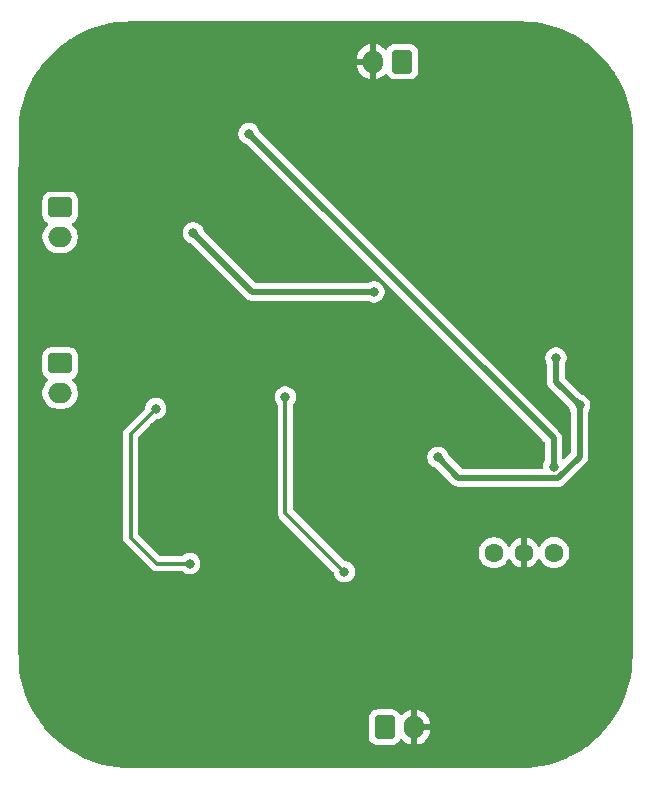
<source format=gbr>
%TF.GenerationSoftware,KiCad,Pcbnew,9.0.4*%
%TF.CreationDate,2025-11-05T17:51:59+01:00*%
%TF.ProjectId,FliperKAd,466c6970-6572-44b4-9164-2e6b69636164,rev?*%
%TF.SameCoordinates,Original*%
%TF.FileFunction,Copper,L2,Bot*%
%TF.FilePolarity,Positive*%
%FSLAX46Y46*%
G04 Gerber Fmt 4.6, Leading zero omitted, Abs format (unit mm)*
G04 Created by KiCad (PCBNEW 9.0.4) date 2025-11-05 17:51:59*
%MOMM*%
%LPD*%
G01*
G04 APERTURE LIST*
G04 Aperture macros list*
%AMRoundRect*
0 Rectangle with rounded corners*
0 $1 Rounding radius*
0 $2 $3 $4 $5 $6 $7 $8 $9 X,Y pos of 4 corners*
0 Add a 4 corners polygon primitive as box body*
4,1,4,$2,$3,$4,$5,$6,$7,$8,$9,$2,$3,0*
0 Add four circle primitives for the rounded corners*
1,1,$1+$1,$2,$3*
1,1,$1+$1,$4,$5*
1,1,$1+$1,$6,$7*
1,1,$1+$1,$8,$9*
0 Add four rect primitives between the rounded corners*
20,1,$1+$1,$2,$3,$4,$5,0*
20,1,$1+$1,$4,$5,$6,$7,0*
20,1,$1+$1,$6,$7,$8,$9,0*
20,1,$1+$1,$8,$9,$2,$3,0*%
G04 Aperture macros list end*
%TA.AperFunction,ComponentPad*%
%ADD10C,0.800000*%
%TD*%
%TA.AperFunction,ComponentPad*%
%ADD11C,6.400000*%
%TD*%
%TA.AperFunction,ComponentPad*%
%ADD12RoundRect,0.250000X-0.600000X-0.750000X0.600000X-0.750000X0.600000X0.750000X-0.600000X0.750000X0*%
%TD*%
%TA.AperFunction,ComponentPad*%
%ADD13O,1.700000X2.000000*%
%TD*%
%TA.AperFunction,ComponentPad*%
%ADD14RoundRect,0.250000X-0.750000X0.600000X-0.750000X-0.600000X0.750000X-0.600000X0.750000X0.600000X0*%
%TD*%
%TA.AperFunction,ComponentPad*%
%ADD15O,2.000000X1.700000*%
%TD*%
%TA.AperFunction,ComponentPad*%
%ADD16RoundRect,0.800000X0.000010X0.000010X-0.000010X0.000010X-0.000010X-0.000010X0.000010X-0.000010X0*%
%TD*%
%TA.AperFunction,ComponentPad*%
%ADD17RoundRect,0.250000X0.600000X0.750000X-0.600000X0.750000X-0.600000X-0.750000X0.600000X-0.750000X0*%
%TD*%
%TA.AperFunction,ViaPad*%
%ADD18C,0.800000*%
%TD*%
%TA.AperFunction,Conductor*%
%ADD19C,0.300000*%
%TD*%
%TA.AperFunction,Conductor*%
%ADD20C,0.500000*%
%TD*%
G04 APERTURE END LIST*
D10*
%TO.P,H1,1,1*%
%TO.N,GND*%
X182600000Y-66900000D03*
X183302944Y-65202944D03*
X183302944Y-68597056D03*
X185000000Y-64500000D03*
D11*
X185000000Y-66900000D03*
D10*
X185000000Y-69300000D03*
X186697056Y-65202944D03*
X186697056Y-68597056D03*
X187400000Y-66900000D03*
%TD*%
D12*
%TO.P,J5,1,Pin_1*%
%TO.N,+24V*%
X208500000Y-119250000D03*
D13*
%TO.P,J5,2,Pin_2*%
%TO.N,GND*%
X211000000Y-119250000D03*
%TD*%
D10*
%TO.P,H2,1,1*%
%TO.N,GND*%
X218600000Y-66900000D03*
X219302944Y-65202944D03*
X219302944Y-68597056D03*
X221000000Y-64500000D03*
D11*
X221000000Y-66900000D03*
D10*
X221000000Y-69300000D03*
X222697056Y-65202944D03*
X222697056Y-68597056D03*
X223400000Y-66900000D03*
%TD*%
D14*
%TO.P,J3,1,Pin_1*%
%TO.N,+24V*%
X181025000Y-75250000D03*
D15*
%TO.P,J3,2,Pin_2*%
%TO.N,Sortie-Sol\u00E9noideA*%
X181025000Y-77750000D03*
%TD*%
D10*
%TO.P,H3,1,1*%
%TO.N,GND*%
X218600000Y-116250000D03*
X219302944Y-114552944D03*
X219302944Y-117947056D03*
X221000000Y-113850000D03*
D11*
X221000000Y-116250000D03*
D10*
X221000000Y-118650000D03*
X222697056Y-114552944D03*
X222697056Y-117947056D03*
X223400000Y-116250000D03*
%TD*%
D16*
%TO.P,U5,1,Vin*%
%TO.N,+24V*%
X217750000Y-104480000D03*
%TO.P,U5,2,Gnd*%
%TO.N,GND*%
X220295000Y-104470000D03*
%TO.P,U5,3,Vout*%
%TO.N,/12test*%
X222850000Y-104470000D03*
%TD*%
D10*
%TO.P,H4,1,1*%
%TO.N,GND*%
X182600000Y-116250000D03*
X183302944Y-114552944D03*
X183302944Y-117947056D03*
X185000000Y-113850000D03*
D11*
X185000000Y-116250000D03*
D10*
X185000000Y-118650000D03*
X186697056Y-114552944D03*
X186697056Y-117947056D03*
X187400000Y-116250000D03*
%TD*%
D17*
%TO.P,J1,1,Pin_1*%
%TO.N,Bouton_Actif*%
X210000000Y-62900000D03*
D13*
%TO.P,J1,2,Pin_2*%
%TO.N,GND*%
X207500000Y-62900000D03*
%TD*%
D14*
%TO.P,J4,1,Pin_1*%
%TO.N,+24V*%
X181025000Y-88450000D03*
D15*
%TO.P,J4,2,Pin_2*%
%TO.N,Sortie-Sol\u00E9noideB*%
X181025000Y-90950000D03*
%TD*%
D18*
%TO.N,Net-(Q2-G)*%
X205100000Y-106100000D03*
%TO.N,Net-(Q1-G)*%
X192000000Y-105400000D03*
%TO.N,Net-(Q2-G)*%
X200098252Y-91301748D03*
%TO.N,Net-(Q1-G)*%
X189120000Y-92280000D03*
%TO.N,+24V*%
X225000000Y-92000000D03*
X223000000Y-88000000D03*
X213000000Y-96400000D03*
%TO.N,GND*%
X221780000Y-86025000D03*
X227000000Y-85000000D03*
X210600000Y-96400000D03*
X196000000Y-86000000D03*
X199000000Y-86000000D03*
X227000000Y-91000000D03*
X202200000Y-78400000D03*
X227000000Y-65000000D03*
X190000000Y-64000000D03*
X210000000Y-79900000D03*
X213000000Y-114000000D03*
X223000000Y-72000000D03*
X218100000Y-81400000D03*
X227000000Y-114000000D03*
X189000000Y-93800000D03*
X203000000Y-61000000D03*
X227000000Y-69000000D03*
X227000000Y-88000000D03*
X215000000Y-61000000D03*
X202000000Y-120000000D03*
X205000000Y-84000000D03*
X222300000Y-92100000D03*
X196000000Y-74000000D03*
X227000000Y-72000000D03*
X203000000Y-64000000D03*
X219000000Y-72000000D03*
X227000000Y-111000000D03*
X192000000Y-86000000D03*
X216000000Y-77000000D03*
X216000000Y-112000000D03*
X207800000Y-77800000D03*
X227000000Y-118000000D03*
X223000000Y-61000000D03*
X216000000Y-96000000D03*
X206000000Y-86000000D03*
X216000000Y-119000000D03*
X227000000Y-76000000D03*
X219000000Y-61000000D03*
X215000000Y-72000000D03*
X216000000Y-116000000D03*
X215000000Y-69000000D03*
X192000000Y-81000000D03*
X198000000Y-121000000D03*
X215000000Y-65000000D03*
%TO.N,+3.3V*%
X192300000Y-77400000D03*
X207600000Y-82400000D03*
%TO.N,+12V*%
X222800000Y-97200000D03*
X197000000Y-69000000D03*
%TD*%
D19*
%TO.N,Net-(Q2-G)*%
X205100000Y-106100000D02*
X205200000Y-106200000D01*
X200098252Y-101098252D02*
X205100000Y-106100000D01*
X200098252Y-91301748D02*
X200098252Y-101098252D01*
%TO.N,Net-(Q1-G)*%
X189200000Y-105400000D02*
X192000000Y-105400000D01*
X187000000Y-103200000D02*
X189200000Y-105400000D01*
X189120000Y-92280000D02*
X187000000Y-94400000D01*
X187000000Y-94400000D02*
X187000000Y-103200000D01*
D20*
%TO.N,+24V*%
X223193918Y-98151000D02*
X214751000Y-98151000D01*
X223000000Y-88000000D02*
X223000000Y-90000000D01*
X223000000Y-90000000D02*
X225000000Y-92000000D01*
X225000000Y-96344918D02*
X223193918Y-98151000D01*
X225000000Y-92000000D02*
X225000000Y-96344918D01*
X214751000Y-98151000D02*
X213000000Y-96400000D01*
%TO.N,+3.3V*%
X197300000Y-82400000D02*
X192300000Y-77400000D01*
X207600000Y-82400000D02*
X197300000Y-82400000D01*
%TO.N,+12V*%
X222800000Y-97200000D02*
X222800000Y-94800000D01*
X222800000Y-94800000D02*
X197000000Y-69000000D01*
%TD*%
%TA.AperFunction,Conductor*%
%TO.N,GND*%
G36*
X220011941Y-59500561D02*
G01*
X220602598Y-59519123D01*
X220610340Y-59519610D01*
X221196734Y-59575040D01*
X221204459Y-59576016D01*
X221786188Y-59668153D01*
X221793802Y-59669605D01*
X222368649Y-59798098D01*
X222376172Y-59800031D01*
X222941789Y-59964358D01*
X222949139Y-59966746D01*
X223503338Y-60166270D01*
X223510561Y-60169129D01*
X224048049Y-60401721D01*
X224051113Y-60403047D01*
X224058162Y-60406364D01*
X224582951Y-60673758D01*
X224589777Y-60677511D01*
X225096734Y-60977324D01*
X225103311Y-60981498D01*
X225590446Y-61312555D01*
X225596748Y-61317134D01*
X226062118Y-61678112D01*
X226068121Y-61683077D01*
X226424427Y-61997203D01*
X226505653Y-62068814D01*
X226509940Y-62072593D01*
X226515618Y-62077926D01*
X226932073Y-62494381D01*
X226937406Y-62500059D01*
X227326922Y-62941878D01*
X227331887Y-62947881D01*
X227692865Y-63413251D01*
X227697444Y-63419553D01*
X228028501Y-63906688D01*
X228032675Y-63913265D01*
X228332488Y-64420222D01*
X228336241Y-64427048D01*
X228603635Y-64951837D01*
X228606952Y-64958886D01*
X228840868Y-65499434D01*
X228843735Y-65506676D01*
X229043246Y-66060840D01*
X229045648Y-66068234D01*
X229209965Y-66633816D01*
X229211903Y-66641361D01*
X229340390Y-67216178D01*
X229341849Y-67223830D01*
X229433982Y-67805538D01*
X229434959Y-67813267D01*
X229490388Y-68399643D01*
X229490877Y-68407417D01*
X229509438Y-68998044D01*
X229509499Y-69001967D01*
X229499514Y-113126077D01*
X229499514Y-113126079D01*
X229499511Y-113134794D01*
X229499311Y-113135556D01*
X229499496Y-113199668D01*
X229499496Y-113199858D01*
X229499489Y-113199879D01*
X229499445Y-113203371D01*
X229482527Y-113795168D01*
X229482059Y-113802959D01*
X229428126Y-114390570D01*
X229427168Y-114398315D01*
X229336381Y-114981333D01*
X229334939Y-114989003D01*
X229207648Y-115565202D01*
X229205725Y-115572765D01*
X229042452Y-116139772D01*
X229040058Y-116147200D01*
X228841432Y-116702837D01*
X228838575Y-116710100D01*
X228605390Y-117252139D01*
X228602082Y-117259207D01*
X228335257Y-117785512D01*
X228331510Y-117792358D01*
X228032122Y-118300809D01*
X228027953Y-118307406D01*
X227697155Y-118796044D01*
X227692578Y-118802366D01*
X227331713Y-119269204D01*
X227326749Y-119275225D01*
X226937217Y-119718457D01*
X226931883Y-119724154D01*
X226515252Y-120141993D01*
X226509570Y-120147344D01*
X226067477Y-120538148D01*
X226061471Y-120543130D01*
X225595652Y-120905364D01*
X225589343Y-120909958D01*
X225101690Y-121242150D01*
X225095105Y-121246339D01*
X224587503Y-121547209D01*
X224580668Y-121550975D01*
X224055136Y-121819321D01*
X224048077Y-121822649D01*
X223506729Y-122057396D01*
X223499475Y-122060274D01*
X222944419Y-122260505D01*
X222936998Y-122262921D01*
X222370457Y-122427836D01*
X222362899Y-122429781D01*
X221787084Y-122558736D01*
X221779418Y-122560201D01*
X221196646Y-122652675D01*
X221188904Y-122653655D01*
X220601465Y-122709288D01*
X220593676Y-122709779D01*
X220002890Y-122728378D01*
X219998988Y-122728439D01*
X187000744Y-122728426D01*
X186996850Y-122728365D01*
X186959461Y-122727190D01*
X186407418Y-122709841D01*
X186399644Y-122709352D01*
X185813269Y-122653923D01*
X185805540Y-122652946D01*
X185223833Y-122560813D01*
X185216181Y-122559354D01*
X184641365Y-122430867D01*
X184633820Y-122428929D01*
X184068245Y-122264613D01*
X184060836Y-122262206D01*
X183506676Y-122062696D01*
X183499434Y-122059829D01*
X182958892Y-121825915D01*
X182951843Y-121822598D01*
X182427056Y-121555204D01*
X182420230Y-121551451D01*
X181913274Y-121251638D01*
X181906697Y-121247464D01*
X181419571Y-120916413D01*
X181413268Y-120911834D01*
X181001860Y-120592712D01*
X180947880Y-120550841D01*
X180941881Y-120545878D01*
X180810129Y-120429723D01*
X180500071Y-120156369D01*
X180494393Y-120151036D01*
X180077933Y-119734574D01*
X180072600Y-119728895D01*
X180061344Y-119716127D01*
X179683094Y-119287085D01*
X179678134Y-119281089D01*
X179673585Y-119275225D01*
X179460100Y-119000000D01*
X179317151Y-118815710D01*
X179312572Y-118809408D01*
X179113535Y-118516532D01*
X179068308Y-118449983D01*
X207149500Y-118449983D01*
X207149500Y-120050001D01*
X207149501Y-120050018D01*
X207160000Y-120152796D01*
X207160001Y-120152799D01*
X207194031Y-120255493D01*
X207215186Y-120319334D01*
X207307288Y-120468656D01*
X207431344Y-120592712D01*
X207580666Y-120684814D01*
X207747203Y-120739999D01*
X207849991Y-120750500D01*
X209150008Y-120750499D01*
X209252797Y-120739999D01*
X209419334Y-120684814D01*
X209568656Y-120592712D01*
X209692712Y-120468656D01*
X209784814Y-120319334D01*
X209784814Y-120319331D01*
X209788448Y-120313441D01*
X209840395Y-120266716D01*
X209909358Y-120255493D01*
X209973440Y-120283336D01*
X209981668Y-120290856D01*
X210120535Y-120429723D01*
X210120540Y-120429727D01*
X210292442Y-120554620D01*
X210481782Y-120651095D01*
X210683871Y-120716757D01*
X210750000Y-120727231D01*
X210750000Y-119683012D01*
X210807007Y-119715925D01*
X210934174Y-119750000D01*
X211065826Y-119750000D01*
X211192993Y-119715925D01*
X211250000Y-119683012D01*
X211250000Y-120727230D01*
X211316126Y-120716757D01*
X211316129Y-120716757D01*
X211518217Y-120651095D01*
X211707557Y-120554620D01*
X211879459Y-120429727D01*
X211879464Y-120429723D01*
X212029723Y-120279464D01*
X212029727Y-120279459D01*
X212154620Y-120107557D01*
X212251095Y-119918217D01*
X212316757Y-119716130D01*
X212316757Y-119716127D01*
X212350000Y-119506246D01*
X212350000Y-119500000D01*
X211433012Y-119500000D01*
X211465925Y-119442993D01*
X211500000Y-119315826D01*
X211500000Y-119184174D01*
X211465925Y-119057007D01*
X211433012Y-119000000D01*
X212350000Y-119000000D01*
X212350000Y-118993753D01*
X212316757Y-118783872D01*
X212316757Y-118783869D01*
X212251095Y-118581782D01*
X212154620Y-118392442D01*
X212029727Y-118220540D01*
X212029723Y-118220535D01*
X211879464Y-118070276D01*
X211879459Y-118070272D01*
X211707557Y-117945379D01*
X211518215Y-117848903D01*
X211316124Y-117783241D01*
X211250000Y-117772768D01*
X211250000Y-118816988D01*
X211192993Y-118784075D01*
X211065826Y-118750000D01*
X210934174Y-118750000D01*
X210807007Y-118784075D01*
X210750000Y-118816988D01*
X210750000Y-117772768D01*
X210749999Y-117772768D01*
X210683875Y-117783241D01*
X210481784Y-117848903D01*
X210292442Y-117945379D01*
X210120541Y-118070271D01*
X209981668Y-118209144D01*
X209920345Y-118242628D01*
X209850653Y-118237644D01*
X209794720Y-118195772D01*
X209788448Y-118186558D01*
X209692712Y-118031344D01*
X209568657Y-117907289D01*
X209568656Y-117907288D01*
X209473998Y-117848903D01*
X209419336Y-117815187D01*
X209419331Y-117815185D01*
X209398774Y-117808373D01*
X209252797Y-117760001D01*
X209252795Y-117760000D01*
X209150010Y-117749500D01*
X207849998Y-117749500D01*
X207849981Y-117749501D01*
X207747203Y-117760000D01*
X207747200Y-117760001D01*
X207580668Y-117815185D01*
X207580663Y-117815187D01*
X207431342Y-117907289D01*
X207307289Y-118031342D01*
X207215187Y-118180663D01*
X207215185Y-118180668D01*
X207210180Y-118195772D01*
X207160001Y-118347203D01*
X207160001Y-118347204D01*
X207160000Y-118347204D01*
X207149500Y-118449983D01*
X179068308Y-118449983D01*
X178981517Y-118322273D01*
X178977343Y-118315696D01*
X178677531Y-117808739D01*
X178673778Y-117801913D01*
X178406387Y-117277125D01*
X178403070Y-117270076D01*
X178169155Y-116729528D01*
X178166288Y-116722285D01*
X178160611Y-116706516D01*
X177966782Y-116168133D01*
X177964379Y-116160737D01*
X177960446Y-116147200D01*
X177800055Y-115595124D01*
X177798121Y-115587587D01*
X177793117Y-115565202D01*
X177669638Y-115012778D01*
X177668181Y-115005135D01*
X177665024Y-114985205D01*
X177576049Y-114423424D01*
X177575072Y-114415696D01*
X177572697Y-114390570D01*
X177519643Y-113829304D01*
X177519157Y-113821564D01*
X177500536Y-113228966D01*
X177500534Y-113228966D01*
X177500500Y-113227915D01*
X177500500Y-113163074D01*
X177498077Y-113154034D01*
X177497610Y-113139776D01*
X177497920Y-113138573D01*
X177497543Y-113135704D01*
X177497976Y-106674034D01*
X177498204Y-103264071D01*
X186349499Y-103264071D01*
X186374497Y-103389738D01*
X186374499Y-103389744D01*
X186423534Y-103508125D01*
X186494726Y-103614673D01*
X188785328Y-105905275D01*
X188888228Y-105974030D01*
X188890085Y-105975270D01*
X188891873Y-105976465D01*
X189010256Y-106025501D01*
X189010260Y-106025501D01*
X189010261Y-106025502D01*
X189135928Y-106050500D01*
X189135931Y-106050500D01*
X191325638Y-106050500D01*
X191392677Y-106070185D01*
X191413319Y-106086819D01*
X191425961Y-106099461D01*
X191425965Y-106099464D01*
X191573446Y-106198009D01*
X191573459Y-106198016D01*
X191696363Y-106248923D01*
X191737334Y-106265894D01*
X191737336Y-106265894D01*
X191737341Y-106265896D01*
X191911304Y-106300499D01*
X191911307Y-106300500D01*
X191911309Y-106300500D01*
X192088693Y-106300500D01*
X192088694Y-106300499D01*
X192146682Y-106288964D01*
X192262658Y-106265896D01*
X192262661Y-106265894D01*
X192262666Y-106265894D01*
X192426547Y-106198013D01*
X192574035Y-106099464D01*
X192622999Y-106050500D01*
X192699463Y-105974037D01*
X192699468Y-105974030D01*
X192798009Y-105826553D01*
X192798009Y-105826552D01*
X192798013Y-105826547D01*
X192865894Y-105662666D01*
X192878247Y-105600567D01*
X192900499Y-105488695D01*
X192900500Y-105488693D01*
X192900500Y-105311306D01*
X192900499Y-105311304D01*
X192865896Y-105137341D01*
X192865893Y-105137332D01*
X192863988Y-105132734D01*
X192848923Y-105096363D01*
X192798016Y-104973459D01*
X192798009Y-104973446D01*
X192699464Y-104825965D01*
X192699461Y-104825961D01*
X192574038Y-104700538D01*
X192574034Y-104700535D01*
X192426553Y-104601990D01*
X192426540Y-104601983D01*
X192262667Y-104534106D01*
X192262658Y-104534103D01*
X192088694Y-104499500D01*
X192088691Y-104499500D01*
X191911309Y-104499500D01*
X191911306Y-104499500D01*
X191737341Y-104534103D01*
X191737332Y-104534106D01*
X191573459Y-104601983D01*
X191573446Y-104601990D01*
X191425965Y-104700535D01*
X191425961Y-104700538D01*
X191413319Y-104713181D01*
X191351996Y-104746666D01*
X191325638Y-104749500D01*
X189520808Y-104749500D01*
X189453769Y-104729815D01*
X189433127Y-104713181D01*
X187686819Y-102966873D01*
X187653334Y-102905550D01*
X187650500Y-102879192D01*
X187650500Y-94720808D01*
X187670185Y-94653769D01*
X187686819Y-94633127D01*
X189103127Y-93216819D01*
X189164450Y-93183334D01*
X189190808Y-93180500D01*
X189208693Y-93180500D01*
X189208694Y-93180499D01*
X189266682Y-93168964D01*
X189382658Y-93145896D01*
X189382661Y-93145894D01*
X189382666Y-93145894D01*
X189546547Y-93078013D01*
X189694035Y-92979464D01*
X189819464Y-92854035D01*
X189918013Y-92706547D01*
X189985894Y-92542666D01*
X189987366Y-92535269D01*
X190020499Y-92368695D01*
X190020500Y-92368693D01*
X190020500Y-92191306D01*
X190020499Y-92191304D01*
X189985896Y-92017341D01*
X189985893Y-92017332D01*
X189918016Y-91853459D01*
X189918009Y-91853446D01*
X189819464Y-91705965D01*
X189819461Y-91705961D01*
X189694038Y-91580538D01*
X189694034Y-91580535D01*
X189546553Y-91481990D01*
X189546540Y-91481983D01*
X189382667Y-91414106D01*
X189382658Y-91414103D01*
X189208694Y-91379500D01*
X189208691Y-91379500D01*
X189031309Y-91379500D01*
X189031306Y-91379500D01*
X188857341Y-91414103D01*
X188857332Y-91414106D01*
X188693459Y-91481983D01*
X188693446Y-91481990D01*
X188545965Y-91580535D01*
X188545961Y-91580538D01*
X188420538Y-91705961D01*
X188420535Y-91705965D01*
X188321990Y-91853446D01*
X188321983Y-91853459D01*
X188254106Y-92017332D01*
X188254103Y-92017341D01*
X188219500Y-92191304D01*
X188219500Y-92209191D01*
X188199815Y-92276230D01*
X188183181Y-92296872D01*
X186494727Y-93985325D01*
X186494721Y-93985332D01*
X186432575Y-94078340D01*
X186432576Y-94078341D01*
X186423535Y-94091871D01*
X186374499Y-94210255D01*
X186374497Y-94210261D01*
X186349500Y-94335928D01*
X186349500Y-94335931D01*
X186349500Y-103264069D01*
X186349500Y-103264071D01*
X186349499Y-103264071D01*
X177498204Y-103264071D01*
X177499240Y-87799983D01*
X179524500Y-87799983D01*
X179524500Y-89100001D01*
X179524501Y-89100018D01*
X179535000Y-89202796D01*
X179535001Y-89202799D01*
X179590185Y-89369331D01*
X179590187Y-89369336D01*
X179682289Y-89518657D01*
X179806344Y-89642712D01*
X179961120Y-89738178D01*
X180007845Y-89790126D01*
X180019068Y-89859088D01*
X179991224Y-89923171D01*
X179983706Y-89931398D01*
X179844889Y-90070215D01*
X179719951Y-90242179D01*
X179623444Y-90431585D01*
X179557753Y-90633760D01*
X179524500Y-90843713D01*
X179524500Y-91056286D01*
X179557753Y-91266239D01*
X179557753Y-91266241D01*
X179557754Y-91266243D01*
X179598109Y-91390443D01*
X179623444Y-91468414D01*
X179719951Y-91657820D01*
X179844890Y-91829786D01*
X179995213Y-91980109D01*
X180167179Y-92105048D01*
X180167181Y-92105049D01*
X180167184Y-92105051D01*
X180356588Y-92201557D01*
X180558757Y-92267246D01*
X180768713Y-92300500D01*
X180768714Y-92300500D01*
X181281286Y-92300500D01*
X181281287Y-92300500D01*
X181491243Y-92267246D01*
X181693412Y-92201557D01*
X181882816Y-92105051D01*
X181905334Y-92088691D01*
X182054786Y-91980109D01*
X182054788Y-91980106D01*
X182054792Y-91980104D01*
X182205104Y-91829792D01*
X182205106Y-91829788D01*
X182205109Y-91829786D01*
X182330048Y-91657820D01*
X182330047Y-91657820D01*
X182330051Y-91657816D01*
X182426557Y-91468412D01*
X182492246Y-91266243D01*
X182500671Y-91213052D01*
X199197752Y-91213052D01*
X199197752Y-91390443D01*
X199232355Y-91564406D01*
X199232358Y-91564415D01*
X199300235Y-91728288D01*
X199300242Y-91728301D01*
X199398786Y-91875781D01*
X199398787Y-91875782D01*
X199398788Y-91875783D01*
X199411432Y-91888427D01*
X199444917Y-91949747D01*
X199447752Y-91976109D01*
X199447752Y-101162321D01*
X199447752Y-101162323D01*
X199447751Y-101162323D01*
X199472749Y-101287990D01*
X199472751Y-101287996D01*
X199521786Y-101406377D01*
X199592978Y-101512925D01*
X199592979Y-101512926D01*
X204163181Y-106083127D01*
X204196666Y-106144450D01*
X204199500Y-106170808D01*
X204199500Y-106188695D01*
X204234103Y-106362658D01*
X204234106Y-106362667D01*
X204301983Y-106526540D01*
X204301990Y-106526553D01*
X204400535Y-106674034D01*
X204400538Y-106674038D01*
X204525961Y-106799461D01*
X204525965Y-106799464D01*
X204673446Y-106898009D01*
X204673459Y-106898016D01*
X204796363Y-106948923D01*
X204837334Y-106965894D01*
X204837336Y-106965894D01*
X204837341Y-106965896D01*
X205011304Y-107000499D01*
X205011307Y-107000500D01*
X205011309Y-107000500D01*
X205188693Y-107000500D01*
X205188694Y-107000499D01*
X205246682Y-106988964D01*
X205362658Y-106965896D01*
X205362661Y-106965894D01*
X205362666Y-106965894D01*
X205526547Y-106898013D01*
X205674035Y-106799464D01*
X205799464Y-106674035D01*
X205898013Y-106526547D01*
X205965894Y-106362666D01*
X205985144Y-106265893D01*
X205998646Y-106198013D01*
X206000500Y-106188691D01*
X206000500Y-106011309D01*
X206000500Y-106011306D01*
X206000499Y-106011304D01*
X205965896Y-105837341D01*
X205965893Y-105837332D01*
X205898016Y-105673459D01*
X205898009Y-105673446D01*
X205799464Y-105525965D01*
X205799461Y-105525961D01*
X205674038Y-105400538D01*
X205674034Y-105400535D01*
X205526553Y-105301990D01*
X205526540Y-105301983D01*
X205362667Y-105234106D01*
X205362658Y-105234103D01*
X205188694Y-105199500D01*
X205188691Y-105199500D01*
X205170808Y-105199500D01*
X205103769Y-105179815D01*
X205083127Y-105163181D01*
X204343160Y-104423214D01*
X216449500Y-104423214D01*
X216449500Y-104536785D01*
X216464364Y-104706687D01*
X216464366Y-104706697D01*
X216523258Y-104926488D01*
X216523261Y-104926497D01*
X216619431Y-105132732D01*
X216619432Y-105132734D01*
X216749954Y-105319141D01*
X216910858Y-105480045D01*
X216910861Y-105480047D01*
X217097266Y-105610568D01*
X217303504Y-105706739D01*
X217523308Y-105765635D01*
X217693214Y-105780499D01*
X217693215Y-105780500D01*
X217693216Y-105780500D01*
X217806785Y-105780500D01*
X217806785Y-105780499D01*
X217976692Y-105765635D01*
X218196496Y-105706739D01*
X218402734Y-105610568D01*
X218589139Y-105480047D01*
X218750047Y-105319139D01*
X218880568Y-105132734D01*
X218912725Y-105063772D01*
X218958897Y-105011333D01*
X219026090Y-104992181D01*
X219092972Y-105012397D01*
X219137489Y-105063772D01*
X219164866Y-105122482D01*
X219295342Y-105308820D01*
X219456179Y-105469657D01*
X219642517Y-105600134D01*
X219848673Y-105696265D01*
X219848682Y-105696269D01*
X220044999Y-105748872D01*
X220045000Y-105748871D01*
X220045000Y-104903012D01*
X220102007Y-104935925D01*
X220229174Y-104970000D01*
X220360826Y-104970000D01*
X220487993Y-104935925D01*
X220545000Y-104903012D01*
X220545000Y-105748872D01*
X220741317Y-105696269D01*
X220741326Y-105696265D01*
X220947482Y-105600134D01*
X221133820Y-105469657D01*
X221294657Y-105308820D01*
X221425134Y-105122481D01*
X221425135Y-105122479D01*
X221459842Y-105048051D01*
X221506014Y-104995611D01*
X221573207Y-104976459D01*
X221640088Y-104996674D01*
X221684606Y-105048050D01*
X221719431Y-105122732D01*
X221719432Y-105122734D01*
X221849954Y-105309141D01*
X222010858Y-105470045D01*
X222010861Y-105470047D01*
X222197266Y-105600568D01*
X222403504Y-105696739D01*
X222623308Y-105755635D01*
X222793214Y-105770499D01*
X222793215Y-105770500D01*
X222793216Y-105770500D01*
X222906785Y-105770500D01*
X222906785Y-105770499D01*
X223076692Y-105755635D01*
X223296496Y-105696739D01*
X223502734Y-105600568D01*
X223689139Y-105470047D01*
X223850047Y-105309139D01*
X223980568Y-105122734D01*
X224076739Y-104916496D01*
X224135635Y-104696692D01*
X224150500Y-104526784D01*
X224150500Y-104413216D01*
X224135635Y-104243308D01*
X224079420Y-104033511D01*
X224076741Y-104023511D01*
X224076738Y-104023502D01*
X224067679Y-104004075D01*
X223980568Y-103817266D01*
X223850047Y-103630861D01*
X223850045Y-103630858D01*
X223689141Y-103469954D01*
X223502734Y-103339432D01*
X223502732Y-103339431D01*
X223296497Y-103243261D01*
X223296488Y-103243258D01*
X223076697Y-103184366D01*
X223076687Y-103184364D01*
X222906785Y-103169500D01*
X222906784Y-103169500D01*
X222793216Y-103169500D01*
X222793215Y-103169500D01*
X222623312Y-103184364D01*
X222623302Y-103184366D01*
X222403511Y-103243258D01*
X222403502Y-103243261D01*
X222197267Y-103339431D01*
X222197265Y-103339432D01*
X222010858Y-103469954D01*
X221849954Y-103630858D01*
X221719433Y-103817264D01*
X221684606Y-103891950D01*
X221638433Y-103944389D01*
X221571239Y-103963540D01*
X221504358Y-103943324D01*
X221459842Y-103891949D01*
X221425134Y-103817517D01*
X221294657Y-103631179D01*
X221133820Y-103470342D01*
X220947482Y-103339865D01*
X220741328Y-103243734D01*
X220545000Y-103191127D01*
X220545000Y-104036988D01*
X220487993Y-104004075D01*
X220360826Y-103970000D01*
X220229174Y-103970000D01*
X220102007Y-104004075D01*
X220045000Y-104036988D01*
X220045000Y-103191127D01*
X219848671Y-103243734D01*
X219642517Y-103339865D01*
X219456179Y-103470342D01*
X219295342Y-103631179D01*
X219164865Y-103817517D01*
X219132826Y-103886227D01*
X219086653Y-103938666D01*
X219019460Y-103957818D01*
X218952579Y-103937602D01*
X218908062Y-103886227D01*
X218880568Y-103827267D01*
X218880567Y-103827265D01*
X218873741Y-103817517D01*
X218750047Y-103640861D01*
X218750045Y-103640858D01*
X218589141Y-103479954D01*
X218402734Y-103349432D01*
X218402732Y-103349431D01*
X218196497Y-103253261D01*
X218196488Y-103253258D01*
X217976697Y-103194366D01*
X217976687Y-103194364D01*
X217806785Y-103179500D01*
X217806784Y-103179500D01*
X217693216Y-103179500D01*
X217693215Y-103179500D01*
X217523312Y-103194364D01*
X217523302Y-103194366D01*
X217303511Y-103253258D01*
X217303502Y-103253261D01*
X217097267Y-103349431D01*
X217097265Y-103349432D01*
X216910858Y-103479954D01*
X216749954Y-103640858D01*
X216619432Y-103827265D01*
X216619431Y-103827267D01*
X216523261Y-104033502D01*
X216523258Y-104033511D01*
X216464366Y-104253302D01*
X216464364Y-104253312D01*
X216449500Y-104423214D01*
X204343160Y-104423214D01*
X200785071Y-100865125D01*
X200751586Y-100803802D01*
X200748752Y-100777444D01*
X200748752Y-91976109D01*
X200768437Y-91909070D01*
X200785068Y-91888430D01*
X200797716Y-91875783D01*
X200896265Y-91728295D01*
X200964146Y-91564414D01*
X200998752Y-91390439D01*
X200998752Y-91213057D01*
X200998752Y-91213054D01*
X200998751Y-91213052D01*
X200964148Y-91039089D01*
X200964145Y-91039080D01*
X200896268Y-90875207D01*
X200896261Y-90875194D01*
X200797716Y-90727713D01*
X200797713Y-90727709D01*
X200672290Y-90602286D01*
X200672286Y-90602283D01*
X200524805Y-90503738D01*
X200524792Y-90503731D01*
X200360919Y-90435854D01*
X200360910Y-90435851D01*
X200186946Y-90401248D01*
X200186943Y-90401248D01*
X200009561Y-90401248D01*
X200009558Y-90401248D01*
X199835593Y-90435851D01*
X199835584Y-90435854D01*
X199671711Y-90503731D01*
X199671698Y-90503738D01*
X199524217Y-90602283D01*
X199524213Y-90602286D01*
X199398790Y-90727709D01*
X199398787Y-90727713D01*
X199300242Y-90875194D01*
X199300235Y-90875207D01*
X199232358Y-91039080D01*
X199232355Y-91039089D01*
X199197752Y-91213052D01*
X182500671Y-91213052D01*
X182525500Y-91056287D01*
X182525500Y-90843713D01*
X182492246Y-90633757D01*
X182426557Y-90431588D01*
X182330051Y-90242184D01*
X182330049Y-90242181D01*
X182330048Y-90242179D01*
X182205109Y-90070213D01*
X182066294Y-89931398D01*
X182032809Y-89870075D01*
X182037793Y-89800383D01*
X182079665Y-89744450D01*
X182088879Y-89738178D01*
X182094331Y-89734814D01*
X182094334Y-89734814D01*
X182243656Y-89642712D01*
X182367712Y-89518656D01*
X182459814Y-89369334D01*
X182514999Y-89202797D01*
X182525500Y-89100009D01*
X182525499Y-87799992D01*
X182514999Y-87697203D01*
X182459814Y-87530666D01*
X182367712Y-87381344D01*
X182243656Y-87257288D01*
X182094334Y-87165186D01*
X181927797Y-87110001D01*
X181927795Y-87110000D01*
X181825010Y-87099500D01*
X180224998Y-87099500D01*
X180224981Y-87099501D01*
X180122203Y-87110000D01*
X180122200Y-87110001D01*
X179955668Y-87165185D01*
X179955663Y-87165187D01*
X179806342Y-87257289D01*
X179682289Y-87381342D01*
X179590187Y-87530663D01*
X179590186Y-87530666D01*
X179535001Y-87697203D01*
X179535001Y-87697204D01*
X179535000Y-87697204D01*
X179524500Y-87799983D01*
X177499240Y-87799983D01*
X177500124Y-74599983D01*
X179524500Y-74599983D01*
X179524500Y-75900001D01*
X179524501Y-75900018D01*
X179535000Y-76002796D01*
X179535001Y-76002799D01*
X179590185Y-76169331D01*
X179590187Y-76169336D01*
X179682289Y-76318657D01*
X179806344Y-76442712D01*
X179961120Y-76538178D01*
X180007845Y-76590126D01*
X180019068Y-76659088D01*
X179991224Y-76723171D01*
X179983706Y-76731398D01*
X179844889Y-76870215D01*
X179719951Y-77042179D01*
X179623444Y-77231585D01*
X179557753Y-77433760D01*
X179524500Y-77643713D01*
X179524500Y-77856286D01*
X179543149Y-77974035D01*
X179557754Y-78066243D01*
X179568548Y-78099464D01*
X179623444Y-78268414D01*
X179719951Y-78457820D01*
X179844890Y-78629786D01*
X179995213Y-78780109D01*
X180167179Y-78905048D01*
X180167181Y-78905049D01*
X180167184Y-78905051D01*
X180356588Y-79001557D01*
X180558757Y-79067246D01*
X180768713Y-79100500D01*
X180768714Y-79100500D01*
X181281286Y-79100500D01*
X181281287Y-79100500D01*
X181491243Y-79067246D01*
X181693412Y-79001557D01*
X181882816Y-78905051D01*
X181904789Y-78889086D01*
X182054786Y-78780109D01*
X182054788Y-78780106D01*
X182054792Y-78780104D01*
X182205104Y-78629792D01*
X182205106Y-78629788D01*
X182205109Y-78629786D01*
X182330048Y-78457820D01*
X182330047Y-78457820D01*
X182330051Y-78457816D01*
X182426557Y-78268412D01*
X182492246Y-78066243D01*
X182525500Y-77856287D01*
X182525500Y-77643713D01*
X182492246Y-77433757D01*
X182452458Y-77311304D01*
X191399500Y-77311304D01*
X191399500Y-77488695D01*
X191434103Y-77662658D01*
X191434106Y-77662667D01*
X191501983Y-77826540D01*
X191501990Y-77826553D01*
X191600535Y-77974034D01*
X191600538Y-77974038D01*
X191725961Y-78099461D01*
X191725965Y-78099464D01*
X191873446Y-78198009D01*
X191873459Y-78198016D01*
X191950106Y-78229763D01*
X192037334Y-78265894D01*
X192084318Y-78275239D01*
X192146227Y-78307622D01*
X192147807Y-78309175D01*
X196821578Y-82982947D01*
X196821585Y-82982953D01*
X196879704Y-83021786D01*
X196879706Y-83021787D01*
X196879709Y-83021789D01*
X196944505Y-83065084D01*
X196944506Y-83065084D01*
X196944507Y-83065085D01*
X197027506Y-83099464D01*
X197081087Y-83121658D01*
X197081091Y-83121658D01*
X197081092Y-83121659D01*
X197226079Y-83150500D01*
X197226082Y-83150500D01*
X197226083Y-83150500D01*
X197373918Y-83150500D01*
X207064730Y-83150500D01*
X207131769Y-83170185D01*
X207133622Y-83171399D01*
X207173447Y-83198010D01*
X207173450Y-83198011D01*
X207173453Y-83198013D01*
X207337334Y-83265894D01*
X207337336Y-83265894D01*
X207337341Y-83265896D01*
X207511304Y-83300499D01*
X207511307Y-83300500D01*
X207511309Y-83300500D01*
X207688693Y-83300500D01*
X207688694Y-83300499D01*
X207746682Y-83288964D01*
X207862658Y-83265896D01*
X207862661Y-83265894D01*
X207862666Y-83265894D01*
X208026547Y-83198013D01*
X208174035Y-83099464D01*
X208299464Y-82974035D01*
X208398013Y-82826547D01*
X208465894Y-82662666D01*
X208500500Y-82488691D01*
X208500500Y-82311309D01*
X208500500Y-82311306D01*
X208500499Y-82311304D01*
X208465896Y-82137341D01*
X208465893Y-82137332D01*
X208398016Y-81973459D01*
X208398009Y-81973446D01*
X208299464Y-81825965D01*
X208299461Y-81825961D01*
X208174038Y-81700538D01*
X208174034Y-81700535D01*
X208026553Y-81601990D01*
X208026540Y-81601983D01*
X207862667Y-81534106D01*
X207862658Y-81534103D01*
X207688694Y-81499500D01*
X207688691Y-81499500D01*
X207511309Y-81499500D01*
X207511306Y-81499500D01*
X207337341Y-81534103D01*
X207337332Y-81534106D01*
X207173452Y-81601987D01*
X207173447Y-81601989D01*
X207133622Y-81628601D01*
X207066945Y-81649480D01*
X207064730Y-81649500D01*
X197662230Y-81649500D01*
X197595191Y-81629815D01*
X197574549Y-81613181D01*
X193209175Y-77247807D01*
X193175690Y-77186484D01*
X193175262Y-77184432D01*
X193165894Y-77137334D01*
X193126480Y-77042179D01*
X193098016Y-76973459D01*
X193098009Y-76973446D01*
X192999464Y-76825965D01*
X192999461Y-76825961D01*
X192874038Y-76700538D01*
X192874034Y-76700535D01*
X192726553Y-76601990D01*
X192726540Y-76601983D01*
X192562667Y-76534106D01*
X192562658Y-76534103D01*
X192388694Y-76499500D01*
X192388691Y-76499500D01*
X192211309Y-76499500D01*
X192211306Y-76499500D01*
X192037341Y-76534103D01*
X192037332Y-76534106D01*
X191873459Y-76601983D01*
X191873446Y-76601990D01*
X191725965Y-76700535D01*
X191725961Y-76700538D01*
X191600538Y-76825961D01*
X191600535Y-76825965D01*
X191501990Y-76973446D01*
X191501983Y-76973459D01*
X191434106Y-77137332D01*
X191434103Y-77137341D01*
X191399500Y-77311304D01*
X182452458Y-77311304D01*
X182426557Y-77231588D01*
X182426555Y-77231585D01*
X182426555Y-77231583D01*
X182330048Y-77042179D01*
X182205109Y-76870213D01*
X182066294Y-76731398D01*
X182032809Y-76670075D01*
X182037793Y-76600383D01*
X182079665Y-76544450D01*
X182088879Y-76538178D01*
X182094331Y-76534814D01*
X182094334Y-76534814D01*
X182243656Y-76442712D01*
X182367712Y-76318656D01*
X182459814Y-76169334D01*
X182514999Y-76002797D01*
X182525500Y-75900009D01*
X182525499Y-74599992D01*
X182514999Y-74497203D01*
X182459814Y-74330666D01*
X182367712Y-74181344D01*
X182243656Y-74057288D01*
X182094334Y-73965186D01*
X181927797Y-73910001D01*
X181927795Y-73910000D01*
X181825010Y-73899500D01*
X180224998Y-73899500D01*
X180224981Y-73899501D01*
X180122203Y-73910000D01*
X180122200Y-73910001D01*
X179955668Y-73965185D01*
X179955663Y-73965187D01*
X179806342Y-74057289D01*
X179682289Y-74181342D01*
X179590187Y-74330663D01*
X179590186Y-74330666D01*
X179535001Y-74497203D01*
X179535001Y-74497204D01*
X179535000Y-74497204D01*
X179524500Y-74599983D01*
X177500124Y-74599983D01*
X177500495Y-69051966D01*
X177500500Y-69051949D01*
X177500500Y-68987999D01*
X177500561Y-68984115D01*
X177502849Y-68911304D01*
X196099500Y-68911304D01*
X196099500Y-69088695D01*
X196134103Y-69262658D01*
X196134106Y-69262667D01*
X196201983Y-69426540D01*
X196201990Y-69426553D01*
X196300535Y-69574034D01*
X196300538Y-69574038D01*
X196425961Y-69699461D01*
X196425965Y-69699464D01*
X196573446Y-69798009D01*
X196573459Y-69798016D01*
X196650106Y-69829763D01*
X196737334Y-69865894D01*
X196784318Y-69875239D01*
X196846227Y-69907622D01*
X196847807Y-69909175D01*
X222013181Y-95074549D01*
X222046666Y-95135872D01*
X222049500Y-95162230D01*
X222049500Y-96664729D01*
X222029815Y-96731768D01*
X222028602Y-96733620D01*
X222001988Y-96773449D01*
X222001987Y-96773452D01*
X221934106Y-96937332D01*
X221934103Y-96937341D01*
X221899500Y-97111304D01*
X221899500Y-97276500D01*
X221879815Y-97343539D01*
X221827011Y-97389294D01*
X221775500Y-97400500D01*
X215113230Y-97400500D01*
X215046191Y-97380815D01*
X215025549Y-97364181D01*
X213909175Y-96247807D01*
X213875690Y-96186484D01*
X213875262Y-96184432D01*
X213865894Y-96137334D01*
X213801838Y-95982687D01*
X213798016Y-95973459D01*
X213798009Y-95973446D01*
X213699464Y-95825965D01*
X213699461Y-95825961D01*
X213574038Y-95700538D01*
X213574034Y-95700535D01*
X213426553Y-95601990D01*
X213426540Y-95601983D01*
X213262667Y-95534106D01*
X213262658Y-95534103D01*
X213088694Y-95499500D01*
X213088691Y-95499500D01*
X212911309Y-95499500D01*
X212911306Y-95499500D01*
X212737341Y-95534103D01*
X212737332Y-95534106D01*
X212573459Y-95601983D01*
X212573446Y-95601990D01*
X212425965Y-95700535D01*
X212425961Y-95700538D01*
X212300538Y-95825961D01*
X212300535Y-95825965D01*
X212201990Y-95973446D01*
X212201983Y-95973459D01*
X212134106Y-96137332D01*
X212134103Y-96137341D01*
X212099500Y-96311304D01*
X212099500Y-96488695D01*
X212134103Y-96662658D01*
X212134106Y-96662667D01*
X212201983Y-96826540D01*
X212201990Y-96826553D01*
X212300535Y-96974034D01*
X212300538Y-96974038D01*
X212425961Y-97099461D01*
X212425965Y-97099464D01*
X212573446Y-97198009D01*
X212573459Y-97198016D01*
X212650106Y-97229763D01*
X212737334Y-97265894D01*
X212784318Y-97275239D01*
X212846227Y-97307622D01*
X212847807Y-97309175D01*
X214272586Y-98733954D01*
X214302058Y-98753645D01*
X214346270Y-98783186D01*
X214395505Y-98816084D01*
X214395506Y-98816084D01*
X214395507Y-98816085D01*
X214395509Y-98816086D01*
X214532082Y-98872656D01*
X214532087Y-98872658D01*
X214532091Y-98872658D01*
X214532092Y-98872659D01*
X214677079Y-98901500D01*
X214677082Y-98901500D01*
X223267838Y-98901500D01*
X223365380Y-98882096D01*
X223412831Y-98872658D01*
X223549413Y-98816084D01*
X223598647Y-98783186D01*
X223598652Y-98783183D01*
X223622989Y-98766921D01*
X223672334Y-98733952D01*
X225582952Y-96823333D01*
X225628280Y-96755494D01*
X225665084Y-96700413D01*
X225688518Y-96643838D01*
X225721659Y-96563830D01*
X225750500Y-96418835D01*
X225750500Y-96271000D01*
X225750500Y-92535269D01*
X225770185Y-92468230D01*
X225771398Y-92466378D01*
X225798013Y-92426547D01*
X225865894Y-92262666D01*
X225866315Y-92260554D01*
X225900499Y-92088695D01*
X225900500Y-92088693D01*
X225900500Y-91911306D01*
X225900499Y-91911304D01*
X225865896Y-91737341D01*
X225865893Y-91737332D01*
X225798016Y-91573459D01*
X225798009Y-91573446D01*
X225699464Y-91425965D01*
X225699461Y-91425961D01*
X225574038Y-91300538D01*
X225574034Y-91300535D01*
X225426553Y-91201990D01*
X225426540Y-91201983D01*
X225262670Y-91134107D01*
X225262660Y-91134104D01*
X225215679Y-91124759D01*
X225153768Y-91092374D01*
X225152190Y-91090823D01*
X223786819Y-89725451D01*
X223753334Y-89664128D01*
X223750500Y-89637770D01*
X223750500Y-88535269D01*
X223770185Y-88468230D01*
X223771398Y-88466378D01*
X223798013Y-88426547D01*
X223865894Y-88262666D01*
X223900500Y-88088691D01*
X223900500Y-87911309D01*
X223900500Y-87911306D01*
X223900499Y-87911304D01*
X223865896Y-87737341D01*
X223865893Y-87737332D01*
X223798016Y-87573459D01*
X223798009Y-87573446D01*
X223699464Y-87425965D01*
X223699461Y-87425961D01*
X223574038Y-87300538D01*
X223574034Y-87300535D01*
X223426553Y-87201990D01*
X223426540Y-87201983D01*
X223262667Y-87134106D01*
X223262658Y-87134103D01*
X223088694Y-87099500D01*
X223088691Y-87099500D01*
X222911309Y-87099500D01*
X222911306Y-87099500D01*
X222737341Y-87134103D01*
X222737332Y-87134106D01*
X222573459Y-87201983D01*
X222573446Y-87201990D01*
X222425965Y-87300535D01*
X222425961Y-87300538D01*
X222300538Y-87425961D01*
X222300535Y-87425965D01*
X222201990Y-87573446D01*
X222201983Y-87573459D01*
X222134106Y-87737332D01*
X222134103Y-87737341D01*
X222099500Y-87911304D01*
X222099500Y-88088695D01*
X222134103Y-88262658D01*
X222134106Y-88262667D01*
X222201984Y-88426542D01*
X222201985Y-88426543D01*
X222201987Y-88426547D01*
X222228602Y-88466378D01*
X222249480Y-88533055D01*
X222249500Y-88535269D01*
X222249500Y-90073918D01*
X222249500Y-90073920D01*
X222249499Y-90073920D01*
X222278340Y-90218907D01*
X222278343Y-90218917D01*
X222334914Y-90355492D01*
X222365486Y-90401246D01*
X222365487Y-90401249D01*
X222417046Y-90478414D01*
X222417052Y-90478421D01*
X224090823Y-92152190D01*
X224124308Y-92213513D01*
X224124759Y-92215679D01*
X224134104Y-92262660D01*
X224134107Y-92262670D01*
X224201984Y-92426542D01*
X224201985Y-92426543D01*
X224201987Y-92426547D01*
X224228602Y-92466378D01*
X224249480Y-92533055D01*
X224249500Y-92535269D01*
X224249500Y-95982687D01*
X224229815Y-96049726D01*
X224213181Y-96070368D01*
X223762181Y-96521368D01*
X223700858Y-96554853D01*
X223631166Y-96549869D01*
X223575233Y-96507997D01*
X223550816Y-96442533D01*
X223550500Y-96433687D01*
X223550500Y-94726079D01*
X223521659Y-94581092D01*
X223521658Y-94581091D01*
X223521658Y-94581087D01*
X223465084Y-94444505D01*
X223432186Y-94395270D01*
X223432185Y-94395268D01*
X223382956Y-94321589D01*
X223382952Y-94321584D01*
X197909175Y-68847807D01*
X197875690Y-68786484D01*
X197875262Y-68784432D01*
X197865894Y-68737334D01*
X197837667Y-68669187D01*
X197798016Y-68573459D01*
X197798009Y-68573446D01*
X197699464Y-68425965D01*
X197699461Y-68425961D01*
X197574038Y-68300538D01*
X197574034Y-68300535D01*
X197426553Y-68201990D01*
X197426540Y-68201983D01*
X197262667Y-68134106D01*
X197262658Y-68134103D01*
X197088694Y-68099500D01*
X197088691Y-68099500D01*
X196911309Y-68099500D01*
X196911306Y-68099500D01*
X196737341Y-68134103D01*
X196737332Y-68134106D01*
X196573459Y-68201983D01*
X196573446Y-68201990D01*
X196425965Y-68300535D01*
X196425961Y-68300538D01*
X196300538Y-68425961D01*
X196300535Y-68425965D01*
X196201990Y-68573446D01*
X196201983Y-68573459D01*
X196134106Y-68737332D01*
X196134103Y-68737341D01*
X196099500Y-68911304D01*
X177502849Y-68911304D01*
X177503163Y-68901322D01*
X177508316Y-68737341D01*
X177519096Y-68394332D01*
X177519582Y-68386596D01*
X177574932Y-67801062D01*
X177575908Y-67793343D01*
X177667908Y-67212475D01*
X177669358Y-67204873D01*
X177797663Y-66630867D01*
X177799592Y-66623359D01*
X177963671Y-66058594D01*
X177966075Y-66051198D01*
X178165288Y-65497862D01*
X178168147Y-65490639D01*
X178401727Y-64950866D01*
X178405030Y-64943846D01*
X178672040Y-64419811D01*
X178675780Y-64413009D01*
X178975163Y-63906779D01*
X178979318Y-63900232D01*
X179309901Y-63413794D01*
X179314466Y-63407512D01*
X179400838Y-63296162D01*
X179674938Y-62942795D01*
X179679866Y-62936837D01*
X179938254Y-62643753D01*
X206150000Y-62643753D01*
X206150000Y-62650000D01*
X207066988Y-62650000D01*
X207034075Y-62707007D01*
X207000000Y-62834174D01*
X207000000Y-62965826D01*
X207034075Y-63092993D01*
X207066988Y-63150000D01*
X206150000Y-63150000D01*
X206150000Y-63156246D01*
X206183242Y-63366127D01*
X206183242Y-63366130D01*
X206248904Y-63568217D01*
X206345379Y-63757557D01*
X206470272Y-63929459D01*
X206470276Y-63929464D01*
X206620535Y-64079723D01*
X206620540Y-64079727D01*
X206792442Y-64204620D01*
X206981782Y-64301095D01*
X207183871Y-64366757D01*
X207250000Y-64377231D01*
X207250000Y-63333012D01*
X207307007Y-63365925D01*
X207434174Y-63400000D01*
X207565826Y-63400000D01*
X207692993Y-63365925D01*
X207750000Y-63333012D01*
X207750000Y-64377230D01*
X207816126Y-64366757D01*
X207816129Y-64366757D01*
X208018217Y-64301095D01*
X208207557Y-64204620D01*
X208379458Y-64079728D01*
X208518330Y-63940856D01*
X208579653Y-63907371D01*
X208649345Y-63912355D01*
X208705279Y-63954226D01*
X208711551Y-63963440D01*
X208715185Y-63969331D01*
X208715186Y-63969334D01*
X208807288Y-64118656D01*
X208931344Y-64242712D01*
X209080666Y-64334814D01*
X209247203Y-64389999D01*
X209349991Y-64400500D01*
X210650008Y-64400499D01*
X210752797Y-64389999D01*
X210919334Y-64334814D01*
X211068656Y-64242712D01*
X211192712Y-64118656D01*
X211284814Y-63969334D01*
X211339999Y-63802797D01*
X211350500Y-63700009D01*
X211350499Y-62099992D01*
X211339999Y-61997203D01*
X211284814Y-61830666D01*
X211192712Y-61681344D01*
X211068656Y-61557288D01*
X210919334Y-61465186D01*
X210752797Y-61410001D01*
X210752795Y-61410000D01*
X210650010Y-61399500D01*
X209349998Y-61399500D01*
X209349981Y-61399501D01*
X209247203Y-61410000D01*
X209247200Y-61410001D01*
X209080668Y-61465185D01*
X209080663Y-61465187D01*
X208931342Y-61557289D01*
X208807289Y-61681342D01*
X208711551Y-61836559D01*
X208659603Y-61883283D01*
X208590640Y-61894506D01*
X208526558Y-61866662D01*
X208518331Y-61859143D01*
X208379464Y-61720276D01*
X208379459Y-61720272D01*
X208207557Y-61595379D01*
X208018215Y-61498903D01*
X207816124Y-61433241D01*
X207750000Y-61422768D01*
X207750000Y-62466988D01*
X207692993Y-62434075D01*
X207565826Y-62400000D01*
X207434174Y-62400000D01*
X207307007Y-62434075D01*
X207250000Y-62466988D01*
X207250000Y-61422768D01*
X207249999Y-61422768D01*
X207183875Y-61433241D01*
X206981784Y-61498903D01*
X206792442Y-61595379D01*
X206620540Y-61720272D01*
X206620535Y-61720276D01*
X206470276Y-61870535D01*
X206470272Y-61870540D01*
X206345379Y-62042442D01*
X206248904Y-62231782D01*
X206183242Y-62433869D01*
X206183242Y-62433872D01*
X206150000Y-62643753D01*
X179938254Y-62643753D01*
X180068829Y-62495644D01*
X180074131Y-62489999D01*
X180489999Y-62074131D01*
X180495644Y-62068829D01*
X180936837Y-61679866D01*
X180942795Y-61674938D01*
X181407531Y-61314451D01*
X181413794Y-61309901D01*
X181900232Y-60979318D01*
X181906779Y-60975163D01*
X182413009Y-60675780D01*
X182419811Y-60672040D01*
X182943846Y-60405030D01*
X182950866Y-60401727D01*
X183490639Y-60168147D01*
X183497852Y-60165291D01*
X184051199Y-59966074D01*
X184058594Y-59963671D01*
X184623359Y-59799592D01*
X184630867Y-59797663D01*
X185204873Y-59669358D01*
X185212475Y-59667908D01*
X185793349Y-59575907D01*
X185801062Y-59574932D01*
X186386596Y-59519582D01*
X186394332Y-59519096D01*
X186984116Y-59500561D01*
X186988011Y-59500500D01*
X187051949Y-59500500D01*
X219944108Y-59500500D01*
X220008046Y-59500500D01*
X220011941Y-59500561D01*
G37*
%TD.AperFunction*%
%TD*%
M02*

</source>
